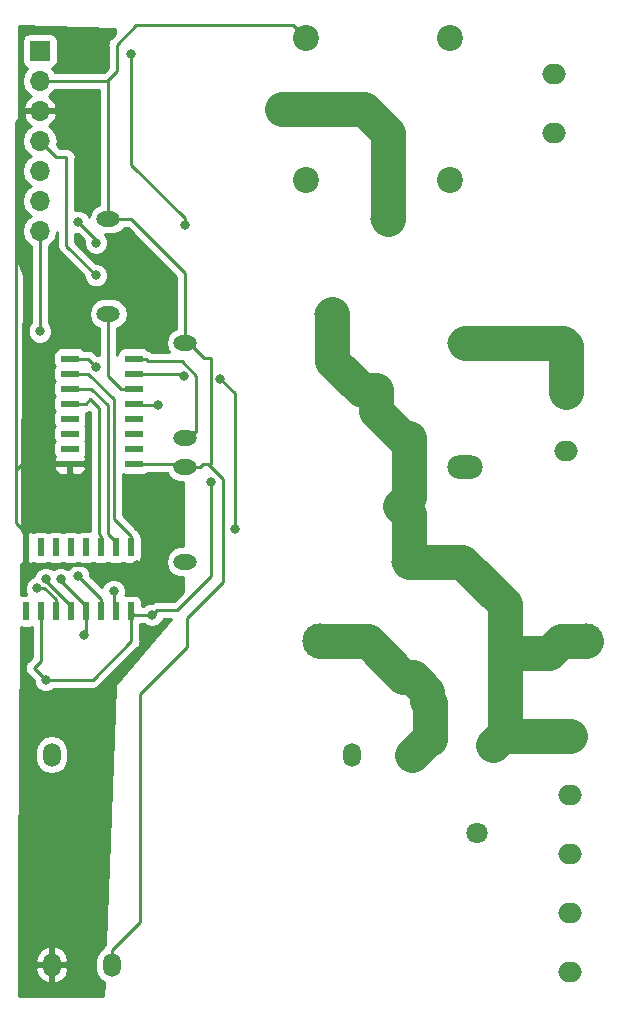
<source format=gbr>
G04 #@! TF.GenerationSoftware,KiCad,Pcbnew,5.0.2+dfsg1-1~bpo9+1*
G04 #@! TF.CreationDate,2019-02-03T14:49:37+01:00*
G04 #@! TF.ProjectId,rollershutter-light-control,726f6c6c-6572-4736-9875-747465722d6c,rev?*
G04 #@! TF.SameCoordinates,Original*
G04 #@! TF.FileFunction,Copper,L1,Top*
G04 #@! TF.FilePolarity,Positive*
%FSLAX46Y46*%
G04 Gerber Fmt 4.6, Leading zero omitted, Abs format (unit mm)*
G04 Created by KiCad (PCBNEW 5.0.2+dfsg1-1~bpo9+1) date Sun 03 Feb 2019 02:49:37 PM CET*
%MOMM*%
%LPD*%
G01*
G04 APERTURE LIST*
G04 #@! TA.AperFunction,ComponentPad*
%ADD10C,2.200000*%
G04 #@! TD*
G04 #@! TA.AperFunction,ComponentPad*
%ADD11O,1.524000X2.000000*%
G04 #@! TD*
G04 #@! TA.AperFunction,ComponentPad*
%ADD12O,1.700000X1.700000*%
G04 #@! TD*
G04 #@! TA.AperFunction,ComponentPad*
%ADD13R,1.700000X1.700000*%
G04 #@! TD*
G04 #@! TA.AperFunction,SMDPad,CuDef*
%ADD14R,1.500000X0.600000*%
G04 #@! TD*
G04 #@! TA.AperFunction,SMDPad,CuDef*
%ADD15R,0.600000X1.500000*%
G04 #@! TD*
G04 #@! TA.AperFunction,ComponentPad*
%ADD16C,3.000000*%
G04 #@! TD*
G04 #@! TA.AperFunction,ComponentPad*
%ADD17O,3.000000X2.000000*%
G04 #@! TD*
G04 #@! TA.AperFunction,ComponentPad*
%ADD18O,2.000000X1.300000*%
G04 #@! TD*
G04 #@! TA.AperFunction,ComponentPad*
%ADD19C,1.800000*%
G04 #@! TD*
G04 #@! TA.AperFunction,ComponentPad*
%ADD20O,2.000000X1.700000*%
G04 #@! TD*
G04 #@! TA.AperFunction,ViaPad*
%ADD21C,0.800000*%
G04 #@! TD*
G04 #@! TA.AperFunction,Conductor*
%ADD22C,3.000000*%
G04 #@! TD*
G04 #@! TA.AperFunction,Conductor*
%ADD23C,0.250000*%
G04 #@! TD*
G04 #@! TA.AperFunction,Conductor*
%ADD24C,0.254000*%
G04 #@! TD*
G04 APERTURE END LIST*
D10*
G04 #@! TO.P,K4,14*
G04 #@! TO.N,Net-(J3-Pad2)*
X247700000Y-68950000D03*
G04 #@! TO.P,K4,A1*
G04 #@! TO.N,+5V*
X235500000Y-68950000D03*
G04 #@! TO.P,K4,A2*
G04 #@! TO.N,Net-(K4-PadA2)*
X235500000Y-80950000D03*
G04 #@! TO.P,K4,11*
G04 #@! TO.N,Net-(K1-Pad14)*
X233500000Y-74950000D03*
G04 #@! TO.P,K4,12*
G04 #@! TO.N,Net-(J3-Pad1)*
X247700000Y-80950000D03*
G04 #@! TD*
D11*
G04 #@! TO.P,PS1,16*
G04 #@! TO.N,+5V*
X219090000Y-147390000D03*
G04 #@! TO.P,PS1,14*
G04 #@! TO.N,GND*
X214010000Y-147390000D03*
G04 #@! TO.P,PS1,NC*
G04 #@! TO.N,N/C*
X214010000Y-129610000D03*
G04 #@! TO.P,PS1,3*
G04 #@! TO.N,Net-(J1-Pad1)*
X239410000Y-129610000D03*
G04 #@! TO.P,PS1,1*
G04 #@! TO.N,Net-(F1-Pad1)*
X244490000Y-129610000D03*
G04 #@! TD*
D12*
G04 #@! TO.P,J2,7*
G04 #@! TO.N,Net-(J2-Pad7)*
X213000000Y-85240000D03*
G04 #@! TO.P,J2,6*
G04 #@! TO.N,Net-(J2-Pad6)*
X213000000Y-82700000D03*
G04 #@! TO.P,J2,5*
G04 #@! TO.N,Net-(J2-Pad5)*
X213000000Y-80160000D03*
G04 #@! TO.P,J2,4*
G04 #@! TO.N,Net-(J2-Pad4)*
X213000000Y-77620000D03*
G04 #@! TO.P,J2,3*
G04 #@! TO.N,GND*
X213000000Y-75080000D03*
G04 #@! TO.P,J2,2*
G04 #@! TO.N,+5V*
X213000000Y-72540000D03*
D13*
G04 #@! TO.P,J2,1*
G04 #@! TO.N,+3V3*
X213000000Y-70000000D03*
G04 #@! TD*
D14*
G04 #@! TO.P,U2,16*
G04 #@! TO.N,Net-(K3-PadA2)*
X220950000Y-96055000D03*
G04 #@! TO.P,U2,15*
G04 #@! TO.N,Net-(K2-PadA2)*
X220950000Y-97325000D03*
G04 #@! TO.P,U2,14*
G04 #@! TO.N,Net-(K1-PadA2)*
X220950000Y-98595000D03*
G04 #@! TO.P,U2,13*
G04 #@! TO.N,Net-(K4-PadA2)*
X220950000Y-99865000D03*
G04 #@! TO.P,U2,12*
G04 #@! TO.N,Net-(U2-Pad12)*
X220950000Y-101135000D03*
G04 #@! TO.P,U2,11*
G04 #@! TO.N,Net-(U2-Pad11)*
X220950000Y-102405000D03*
G04 #@! TO.P,U2,10*
G04 #@! TO.N,Net-(U2-Pad10)*
X220950000Y-103675000D03*
G04 #@! TO.P,U2,9*
G04 #@! TO.N,+5V*
X220950000Y-104945000D03*
G04 #@! TO.P,U2,8*
G04 #@! TO.N,GND*
X215550000Y-104945000D03*
G04 #@! TO.P,U2,7*
G04 #@! TO.N,Net-(U2-Pad7)*
X215550000Y-103675000D03*
G04 #@! TO.P,U2,6*
G04 #@! TO.N,Net-(U2-Pad6)*
X215550000Y-102405000D03*
G04 #@! TO.P,U2,5*
G04 #@! TO.N,Net-(U2-Pad5)*
X215550000Y-101135000D03*
G04 #@! TO.P,U2,4*
G04 #@! TO.N,Net-(U1-Pad3)*
X215550000Y-99865000D03*
G04 #@! TO.P,U2,3*
G04 #@! TO.N,Net-(U1-Pad2)*
X215550000Y-98595000D03*
G04 #@! TO.P,U2,2*
G04 #@! TO.N,Net-(U1-Pad1)*
X215550000Y-97325000D03*
G04 #@! TO.P,U2,1*
G04 #@! TO.N,Net-(U1-Pad15)*
X215550000Y-96055000D03*
G04 #@! TD*
D15*
G04 #@! TO.P,U1,16*
G04 #@! TO.N,+3V3*
X220695000Y-117450000D03*
G04 #@! TO.P,U1,15*
G04 #@! TO.N,Net-(U1-Pad15)*
X219425000Y-117450000D03*
G04 #@! TO.P,U1,14*
G04 #@! TO.N,Net-(J2-Pad4)*
X218155000Y-117450000D03*
G04 #@! TO.P,U1,13*
G04 #@! TO.N,Net-(J2-Pad7)*
X216885000Y-117450000D03*
G04 #@! TO.P,U1,12*
G04 #@! TO.N,Net-(J2-Pad6)*
X215615000Y-117450000D03*
G04 #@! TO.P,U1,11*
G04 #@! TO.N,Net-(J2-Pad5)*
X214345000Y-117450000D03*
G04 #@! TO.P,U1,10*
G04 #@! TO.N,+3V3*
X213075000Y-117450000D03*
G04 #@! TO.P,U1,9*
G04 #@! TO.N,Net-(U1-Pad9)*
X211805000Y-117450000D03*
G04 #@! TO.P,U1,8*
G04 #@! TO.N,GND*
X211805000Y-112050000D03*
G04 #@! TO.P,U1,7*
G04 #@! TO.N,Net-(U1-Pad7)*
X213075000Y-112050000D03*
G04 #@! TO.P,U1,6*
G04 #@! TO.N,Net-(U1-Pad6)*
X214345000Y-112050000D03*
G04 #@! TO.P,U1,5*
G04 #@! TO.N,Net-(U1-Pad5)*
X215615000Y-112050000D03*
G04 #@! TO.P,U1,4*
G04 #@! TO.N,Net-(U1-Pad4)*
X216885000Y-112050000D03*
G04 #@! TO.P,U1,3*
G04 #@! TO.N,Net-(U1-Pad3)*
X218155000Y-112050000D03*
G04 #@! TO.P,U1,2*
G04 #@! TO.N,Net-(U1-Pad2)*
X219425000Y-112050000D03*
G04 #@! TO.P,U1,1*
G04 #@! TO.N,Net-(U1-Pad1)*
X220695000Y-112050000D03*
G04 #@! TD*
D16*
G04 #@! TO.P,F1,2*
G04 #@! TO.N,L*
X259250000Y-120000000D03*
G04 #@! TO.P,F1,1*
G04 #@! TO.N,Net-(F1-Pad1)*
X236750000Y-120000000D03*
G04 #@! TD*
D17*
G04 #@! TO.P,K3,11*
G04 #@! TO.N,L*
X244250000Y-102750000D03*
D18*
G04 #@! TO.P,K3,A1*
G04 #@! TO.N,+5V*
X225300000Y-94750000D03*
G04 #@! TO.P,K3,A2*
G04 #@! TO.N,Net-(K3-PadA2)*
X225300000Y-102750000D03*
D17*
G04 #@! TO.P,K3,14*
G04 #@! TO.N,Net-(J4-Pad2)*
X249000000Y-94750000D03*
G04 #@! TD*
G04 #@! TO.P,K2,11*
G04 #@! TO.N,L*
X244250000Y-113250000D03*
D18*
G04 #@! TO.P,K2,A1*
G04 #@! TO.N,+5V*
X225300000Y-105250000D03*
G04 #@! TO.P,K2,A2*
G04 #@! TO.N,Net-(K2-PadA2)*
X225300000Y-113250000D03*
D17*
G04 #@! TO.P,K2,14*
G04 #@! TO.N,Net-(J4-Pad1)*
X249000000Y-105250000D03*
G04 #@! TD*
G04 #@! TO.P,K1,11*
G04 #@! TO.N,L*
X237750000Y-92250000D03*
D18*
G04 #@! TO.P,K1,A1*
G04 #@! TO.N,+5V*
X218800000Y-84250000D03*
G04 #@! TO.P,K1,A2*
G04 #@! TO.N,Net-(K1-PadA2)*
X218800000Y-92250000D03*
D17*
G04 #@! TO.P,K1,14*
G04 #@! TO.N,Net-(K1-Pad14)*
X242500000Y-84250000D03*
G04 #@! TD*
D19*
G04 #@! TO.P,RV1,2*
G04 #@! TO.N,L*
X251400000Y-128750000D03*
G04 #@! TO.P,RV1,1*
G04 #@! TO.N,Net-(J1-Pad1)*
X250000000Y-136250000D03*
G04 #@! TD*
D20*
G04 #@! TO.P,J4,1*
G04 #@! TO.N,Net-(J4-Pad1)*
X257550000Y-103850000D03*
G04 #@! TO.P,J4,2*
G04 #@! TO.N,Net-(J4-Pad2)*
X257550000Y-98850000D03*
G04 #@! TD*
G04 #@! TO.P,J3,1*
G04 #@! TO.N,Net-(J3-Pad1)*
X256500000Y-77000000D03*
G04 #@! TO.P,J3,2*
G04 #@! TO.N,Net-(J3-Pad2)*
X256500000Y-72000000D03*
G04 #@! TD*
G04 #@! TO.P,J1,1*
G04 #@! TO.N,Net-(J1-Pad1)*
X257900000Y-148000000D03*
G04 #@! TO.P,J1,2*
X257900000Y-143000000D03*
G04 #@! TO.P,J1,3*
X257900000Y-138000000D03*
G04 #@! TO.P,J1,4*
X257900000Y-133000000D03*
G04 #@! TO.P,J1,5*
G04 #@! TO.N,L*
X257900000Y-128000000D03*
G04 #@! TD*
D21*
G04 #@! TO.N,+3V3*
X222500000Y-117750000D03*
X213500000Y-123250000D03*
X227500000Y-106500000D03*
X225250000Y-84750000D03*
X220750000Y-70250000D03*
G04 #@! TO.N,Net-(J2-Pad6)*
X213500000Y-114750000D03*
X217750000Y-86250000D03*
X216250000Y-84500000D03*
G04 #@! TO.N,Net-(J2-Pad5)*
X212750000Y-115500000D03*
G04 #@! TO.N,Net-(J2-Pad7)*
X216750000Y-119500000D03*
X214750000Y-114750000D03*
X213000000Y-93750000D03*
G04 #@! TO.N,Net-(J2-Pad4)*
X216250000Y-114500000D03*
X217750000Y-89000000D03*
G04 #@! TO.N,Net-(U1-Pad15)*
X217750000Y-96750000D03*
X219250000Y-115750000D03*
G04 #@! TO.N,GND*
X221250000Y-113500000D03*
G04 #@! TO.N,Net-(K2-PadA2)*
X225237347Y-97512653D03*
X228250000Y-97750000D03*
X229500000Y-110500000D03*
G04 #@! TO.N,Net-(K4-PadA2)*
X223000000Y-100000000D03*
G04 #@! TD*
D22*
G04 #@! TO.N,L*
X252150000Y-128000000D02*
X251400000Y-128750000D01*
X257900000Y-128000000D02*
X252150000Y-128000000D01*
X248750000Y-113250000D02*
X244250000Y-113250000D01*
X252350001Y-116850001D02*
X248750000Y-113250000D01*
X251400000Y-128750000D02*
X252350001Y-127799999D01*
X257128680Y-120000000D02*
X256128680Y-121000000D01*
X256128680Y-121000000D02*
X252350001Y-121000000D01*
X259250000Y-120000000D02*
X257128680Y-120000000D01*
X252350001Y-127799999D02*
X252350001Y-121000000D01*
X252350001Y-121000000D02*
X252350001Y-116850001D01*
X244250000Y-109250000D02*
X243500000Y-108500000D01*
X244250000Y-113250000D02*
X244250000Y-109250000D01*
X244250000Y-107750000D02*
X244250000Y-102750000D01*
X243500000Y-108500000D02*
X244250000Y-107750000D01*
X243750000Y-102750000D02*
X241500000Y-100500000D01*
X244250000Y-102750000D02*
X243750000Y-102750000D01*
X241500000Y-100500000D02*
X241500000Y-98750000D01*
X237750000Y-96250000D02*
X237750000Y-92250000D01*
X240250000Y-98750000D02*
X237750000Y-96250000D01*
X241500000Y-98750000D02*
X240250000Y-98750000D01*
G04 #@! TO.N,Net-(J4-Pad2)*
X257300000Y-94750000D02*
X257550000Y-95000000D01*
X257550000Y-95000000D02*
X257550000Y-98850000D01*
X249000000Y-94750000D02*
X257300000Y-94750000D01*
D23*
G04 #@! TO.N,+3V3*
X220995000Y-117750000D02*
X220695000Y-117450000D01*
X222500000Y-117750000D02*
X220995000Y-117750000D01*
X220695000Y-118450000D02*
X220750000Y-118505000D01*
X220695000Y-117450000D02*
X220695000Y-118450000D01*
X220750000Y-118505000D02*
X220750000Y-120000000D01*
X220750000Y-120000000D02*
X217500000Y-123250000D01*
X217500000Y-123250000D02*
X213500000Y-123250000D01*
X213500000Y-123250000D02*
X212500000Y-122250000D01*
X213075000Y-121675000D02*
X213075000Y-117450000D01*
X212500000Y-122250000D02*
X213075000Y-121675000D01*
X222899999Y-117350001D02*
X224649999Y-117350001D01*
X222500000Y-117750000D02*
X222899999Y-117350001D01*
X227500000Y-114500000D02*
X227500000Y-106500000D01*
X224649999Y-117350001D02*
X227500000Y-114500000D01*
X225250000Y-84184315D02*
X220750000Y-79684315D01*
X225250000Y-84750000D02*
X225250000Y-84184315D01*
X220750000Y-79684315D02*
X220750000Y-70250000D01*
G04 #@! TO.N,Net-(U1-Pad1)*
X220695000Y-111050000D02*
X219250000Y-109605000D01*
X220695000Y-112050000D02*
X220695000Y-111050000D01*
X219250000Y-109605000D02*
X219250000Y-99500000D01*
X217075000Y-97325000D02*
X215550000Y-97325000D01*
X219250000Y-99500000D02*
X217075000Y-97325000D01*
G04 #@! TO.N,Net-(U1-Pad2)*
X219425000Y-112050000D02*
X219425000Y-111600000D01*
X217345000Y-98595000D02*
X215550000Y-98595000D01*
X218750000Y-110925000D02*
X218750000Y-100000000D01*
X218750000Y-100000000D02*
X217345000Y-98595000D01*
X219425000Y-111600000D02*
X218750000Y-110925000D01*
G04 #@! TO.N,Net-(J2-Pad6)*
X213500000Y-114885000D02*
X213500000Y-114750000D01*
X215615000Y-117000000D02*
X213500000Y-114885000D01*
X215615000Y-117450000D02*
X215615000Y-117000000D01*
X217750000Y-86000000D02*
X216250000Y-84500000D01*
X217750000Y-86250000D02*
X217750000Y-86000000D01*
G04 #@! TO.N,Net-(U1-Pad3)*
X218155000Y-111050000D02*
X218000000Y-110895000D01*
X218155000Y-112050000D02*
X218155000Y-111050000D01*
X218000000Y-110895000D02*
X218000000Y-100250000D01*
X218000000Y-100250000D02*
X217250000Y-99500000D01*
X216885000Y-99865000D02*
X215550000Y-99865000D01*
X217250000Y-99500000D02*
X216885000Y-99865000D01*
G04 #@! TO.N,Net-(J2-Pad5)*
X214345000Y-116450000D02*
X213395000Y-115500000D01*
X214345000Y-117450000D02*
X214345000Y-116450000D01*
X213395000Y-115500000D02*
X212750000Y-115500000D01*
G04 #@! TO.N,Net-(J2-Pad7)*
X216885000Y-119365000D02*
X216750000Y-119500000D01*
X216885000Y-117450000D02*
X216885000Y-119365000D01*
X214750000Y-114865000D02*
X214750000Y-114750000D01*
X216885000Y-117000000D02*
X214750000Y-114865000D01*
X216885000Y-117450000D02*
X216885000Y-117000000D01*
X213000000Y-93184315D02*
X213000000Y-85240000D01*
X213000000Y-93750000D02*
X213000000Y-93184315D01*
G04 #@! TO.N,Net-(J2-Pad4)*
X218155000Y-116405000D02*
X216250000Y-114500000D01*
X218155000Y-117450000D02*
X218155000Y-116405000D01*
X217750000Y-89000000D02*
X215250000Y-86500000D01*
X215250000Y-86500000D02*
X215250000Y-79000000D01*
X214380000Y-79000000D02*
X213000000Y-77620000D01*
X215250000Y-79000000D02*
X214380000Y-79000000D01*
G04 #@! TO.N,Net-(U1-Pad15)*
X217055000Y-96055000D02*
X217750000Y-96750000D01*
X215550000Y-96055000D02*
X217055000Y-96055000D01*
X219250000Y-117275000D02*
X219425000Y-117450000D01*
X219250000Y-115750000D02*
X219250000Y-117275000D01*
G04 #@! TO.N,GND*
X221250000Y-113500000D02*
X211500000Y-113500000D01*
X211805000Y-113195000D02*
X211805000Y-112050000D01*
X211500000Y-113500000D02*
X211805000Y-113195000D01*
X211805000Y-110805000D02*
X211805000Y-112050000D01*
X211000000Y-110000000D02*
X211805000Y-110805000D01*
X214495000Y-105000000D02*
X211500000Y-105000000D01*
X214550000Y-104945000D02*
X214495000Y-105000000D01*
X215550000Y-104945000D02*
X214550000Y-104945000D01*
X211500000Y-105000000D02*
X211000000Y-105500000D01*
X211000000Y-106000000D02*
X211000000Y-76000000D01*
X211000000Y-105500000D02*
X211000000Y-106000000D01*
X211000000Y-106000000D02*
X211000000Y-110000000D01*
X211000000Y-76000000D02*
X211750000Y-75250000D01*
X211797919Y-75080000D02*
X213000000Y-75080000D01*
X211750000Y-75127919D02*
X211797919Y-75080000D01*
X211750000Y-75250000D02*
X211750000Y-75127919D01*
G04 #@! TO.N,Net-(K3-PadA2)*
X226250000Y-102250000D02*
X225800000Y-102250000D01*
X220950000Y-96055000D02*
X221950000Y-96055000D01*
X226250000Y-97500000D02*
X226250000Y-102250000D01*
X221950000Y-96055000D02*
X222145000Y-96250000D01*
X222145000Y-96250000D02*
X225000000Y-96250000D01*
X225800000Y-102250000D02*
X225300000Y-102750000D01*
X225000000Y-96250000D02*
X226250000Y-97500000D01*
G04 #@! TO.N,Net-(K2-PadA2)*
X225049694Y-97325000D02*
X225237347Y-97512653D01*
X220950000Y-97325000D02*
X225049694Y-97325000D01*
X229500000Y-99000000D02*
X229500000Y-110500000D01*
X228250000Y-97750000D02*
X229500000Y-99000000D01*
G04 #@! TO.N,Net-(K1-PadA2)*
X220950000Y-98595000D02*
X219845000Y-98595000D01*
X218800000Y-97550000D02*
X218800000Y-92250000D01*
X219845000Y-98595000D02*
X218800000Y-97550000D01*
G04 #@! TO.N,Net-(K4-PadA2)*
X221085000Y-100000000D02*
X220950000Y-99865000D01*
X223000000Y-100000000D02*
X221085000Y-100000000D01*
G04 #@! TO.N,+5V*
X218710000Y-72540000D02*
X213000000Y-72540000D01*
X219500000Y-71750000D02*
X218710000Y-72540000D01*
X235500000Y-68950000D02*
X234400001Y-67850001D01*
X234400001Y-67850001D02*
X221149999Y-67850001D01*
X221149999Y-67850001D02*
X219500000Y-69500000D01*
X219500000Y-69500000D02*
X219500000Y-71750000D01*
X218800000Y-72630000D02*
X218710000Y-72540000D01*
X218800000Y-84250000D02*
X218800000Y-72630000D01*
X220750000Y-84250000D02*
X225300000Y-88800000D01*
X225300000Y-88800000D02*
X225300000Y-94750000D01*
X218800000Y-84250000D02*
X220750000Y-84250000D01*
X226550000Y-105250000D02*
X226800000Y-105000000D01*
X225300000Y-105250000D02*
X226550000Y-105250000D01*
X227500000Y-105000000D02*
X227500000Y-96000000D01*
X226900000Y-96000000D02*
X225650000Y-94750000D01*
X225650000Y-94750000D02*
X225300000Y-94750000D01*
X227500000Y-96000000D02*
X226900000Y-96000000D01*
X219090000Y-146140000D02*
X221500000Y-143730000D01*
X219090000Y-147390000D02*
X219090000Y-146140000D01*
X221500000Y-143730000D02*
X221500000Y-124500000D01*
X221500000Y-124500000D02*
X225500000Y-120500000D01*
X225500000Y-120500000D02*
X225500000Y-118000000D01*
X225500000Y-118000000D02*
X228500000Y-115000000D01*
X228500000Y-115000000D02*
X228500000Y-106250000D01*
X227250000Y-105000000D02*
X227500000Y-105000000D01*
X228500000Y-106250000D02*
X227250000Y-105000000D01*
X226800000Y-105000000D02*
X227250000Y-105000000D01*
X224995000Y-104945000D02*
X225300000Y-105250000D01*
X220950000Y-104945000D02*
X224995000Y-104945000D01*
D22*
G04 #@! TO.N,Net-(F1-Pad1)*
X236750000Y-120000000D02*
X240750000Y-120000000D01*
X240750000Y-120000000D02*
X243750000Y-123000000D01*
X244561998Y-123000000D02*
X245811998Y-124250000D01*
X243750000Y-123000000D02*
X244561998Y-123000000D01*
X245811998Y-124250000D02*
X245811998Y-125061998D01*
X245811998Y-125061998D02*
X246000000Y-125250000D01*
X246000000Y-125250000D02*
X246000000Y-128250000D01*
X245850000Y-128250000D02*
X244490000Y-129610000D01*
X246000000Y-128250000D02*
X245850000Y-128250000D01*
G04 #@! TO.N,Net-(K1-Pad14)*
X242500000Y-84250000D02*
X242500000Y-77000000D01*
X240450000Y-74950000D02*
X233500000Y-74950000D01*
X242500000Y-77000000D02*
X240450000Y-74950000D01*
G04 #@! TD*
D24*
G04 #@! TO.N,GND*
G36*
X219403322Y-123667645D02*
X219379165Y-123710911D01*
X219373089Y-123745256D01*
X218556752Y-145582262D01*
X218542072Y-145592071D01*
X218499672Y-145655527D01*
X218499671Y-145655528D01*
X218374097Y-145843463D01*
X218349612Y-145966556D01*
X218082821Y-146144820D01*
X217774056Y-146606918D01*
X217693000Y-147014412D01*
X217693000Y-147765587D01*
X217774056Y-148173081D01*
X218082820Y-148635179D01*
X218433856Y-148869734D01*
X218390108Y-150040000D01*
X211210000Y-150040000D01*
X211210000Y-147737692D01*
X212607870Y-147737692D01*
X212756578Y-148265914D01*
X213096108Y-148697020D01*
X213574770Y-148965377D01*
X213666930Y-148982220D01*
X213883000Y-148859720D01*
X213883000Y-147517000D01*
X214137000Y-147517000D01*
X214137000Y-148859720D01*
X214353070Y-148982220D01*
X214445230Y-148965377D01*
X214923892Y-148697020D01*
X215263422Y-148265914D01*
X215412130Y-147737692D01*
X215253277Y-147517000D01*
X214137000Y-147517000D01*
X213883000Y-147517000D01*
X212766723Y-147517000D01*
X212607870Y-147737692D01*
X211210000Y-147737692D01*
X211210000Y-147042308D01*
X212607870Y-147042308D01*
X212766723Y-147263000D01*
X213883000Y-147263000D01*
X213883000Y-145920280D01*
X214137000Y-145920280D01*
X214137000Y-147263000D01*
X215253277Y-147263000D01*
X215412130Y-147042308D01*
X215263422Y-146514086D01*
X214923892Y-146082980D01*
X214445230Y-145814623D01*
X214353070Y-145797780D01*
X214137000Y-145920280D01*
X213883000Y-145920280D01*
X213666930Y-145797780D01*
X213574770Y-145814623D01*
X213096108Y-146082980D01*
X212756578Y-146514086D01*
X212607870Y-147042308D01*
X211210000Y-147042308D01*
X211210000Y-140291549D01*
X211299895Y-129234412D01*
X212613000Y-129234412D01*
X212613000Y-129985587D01*
X212694056Y-130393081D01*
X213002820Y-130855179D01*
X213464918Y-131163944D01*
X214010000Y-131272368D01*
X214555081Y-131163944D01*
X215017179Y-130855180D01*
X215325944Y-130393082D01*
X215407000Y-129985588D01*
X215407000Y-129234413D01*
X215325944Y-128826919D01*
X215017180Y-128364820D01*
X214555082Y-128056056D01*
X214010000Y-127947632D01*
X213464919Y-128056056D01*
X213002821Y-128364820D01*
X212694056Y-128826918D01*
X212613000Y-129234412D01*
X211299895Y-129234412D01*
X211384537Y-118823479D01*
X211505000Y-118847440D01*
X212105000Y-118847440D01*
X212315001Y-118805669D01*
X212315000Y-121360198D01*
X212015529Y-121659670D01*
X211952071Y-121702071D01*
X211909671Y-121765528D01*
X211784097Y-121953463D01*
X211725112Y-122250000D01*
X211784097Y-122546537D01*
X211952071Y-122797929D01*
X212015529Y-122840330D01*
X212465000Y-123289802D01*
X212465000Y-123455874D01*
X212622569Y-123836280D01*
X212913720Y-124127431D01*
X213294126Y-124285000D01*
X213705874Y-124285000D01*
X214086280Y-124127431D01*
X214203711Y-124010000D01*
X217425153Y-124010000D01*
X217500000Y-124024888D01*
X217574847Y-124010000D01*
X217574852Y-124010000D01*
X217796537Y-123965904D01*
X218047929Y-123797929D01*
X218090331Y-123734470D01*
X221234473Y-120590329D01*
X221297929Y-120547929D01*
X221465904Y-120296537D01*
X221510000Y-120074852D01*
X221510000Y-120074848D01*
X221524888Y-120000001D01*
X221510000Y-119925154D01*
X221510000Y-118579848D01*
X221512161Y-118568983D01*
X221551573Y-118510000D01*
X221796289Y-118510000D01*
X221913720Y-118627431D01*
X222294126Y-118785000D01*
X222705874Y-118785000D01*
X223086280Y-118627431D01*
X223377431Y-118336280D01*
X223471159Y-118110001D01*
X224137611Y-118110001D01*
X219403322Y-123667645D01*
X219403322Y-123667645D01*
G37*
X219403322Y-123667645D02*
X219379165Y-123710911D01*
X219373089Y-123745256D01*
X218556752Y-145582262D01*
X218542072Y-145592071D01*
X218499672Y-145655527D01*
X218499671Y-145655528D01*
X218374097Y-145843463D01*
X218349612Y-145966556D01*
X218082821Y-146144820D01*
X217774056Y-146606918D01*
X217693000Y-147014412D01*
X217693000Y-147765587D01*
X217774056Y-148173081D01*
X218082820Y-148635179D01*
X218433856Y-148869734D01*
X218390108Y-150040000D01*
X211210000Y-150040000D01*
X211210000Y-147737692D01*
X212607870Y-147737692D01*
X212756578Y-148265914D01*
X213096108Y-148697020D01*
X213574770Y-148965377D01*
X213666930Y-148982220D01*
X213883000Y-148859720D01*
X213883000Y-147517000D01*
X214137000Y-147517000D01*
X214137000Y-148859720D01*
X214353070Y-148982220D01*
X214445230Y-148965377D01*
X214923892Y-148697020D01*
X215263422Y-148265914D01*
X215412130Y-147737692D01*
X215253277Y-147517000D01*
X214137000Y-147517000D01*
X213883000Y-147517000D01*
X212766723Y-147517000D01*
X212607870Y-147737692D01*
X211210000Y-147737692D01*
X211210000Y-147042308D01*
X212607870Y-147042308D01*
X212766723Y-147263000D01*
X213883000Y-147263000D01*
X213883000Y-145920280D01*
X214137000Y-145920280D01*
X214137000Y-147263000D01*
X215253277Y-147263000D01*
X215412130Y-147042308D01*
X215263422Y-146514086D01*
X214923892Y-146082980D01*
X214445230Y-145814623D01*
X214353070Y-145797780D01*
X214137000Y-145920280D01*
X213883000Y-145920280D01*
X213666930Y-145797780D01*
X213574770Y-145814623D01*
X213096108Y-146082980D01*
X212756578Y-146514086D01*
X212607870Y-147042308D01*
X211210000Y-147042308D01*
X211210000Y-140291549D01*
X211299895Y-129234412D01*
X212613000Y-129234412D01*
X212613000Y-129985587D01*
X212694056Y-130393081D01*
X213002820Y-130855179D01*
X213464918Y-131163944D01*
X214010000Y-131272368D01*
X214555081Y-131163944D01*
X215017179Y-130855180D01*
X215325944Y-130393082D01*
X215407000Y-129985588D01*
X215407000Y-129234413D01*
X215325944Y-128826919D01*
X215017180Y-128364820D01*
X214555082Y-128056056D01*
X214010000Y-127947632D01*
X213464919Y-128056056D01*
X213002821Y-128364820D01*
X212694056Y-128826918D01*
X212613000Y-129234412D01*
X211299895Y-129234412D01*
X211384537Y-118823479D01*
X211505000Y-118847440D01*
X212105000Y-118847440D01*
X212315001Y-118805669D01*
X212315000Y-121360198D01*
X212015529Y-121659670D01*
X211952071Y-121702071D01*
X211909671Y-121765528D01*
X211784097Y-121953463D01*
X211725112Y-122250000D01*
X211784097Y-122546537D01*
X211952071Y-122797929D01*
X212015529Y-122840330D01*
X212465000Y-123289802D01*
X212465000Y-123455874D01*
X212622569Y-123836280D01*
X212913720Y-124127431D01*
X213294126Y-124285000D01*
X213705874Y-124285000D01*
X214086280Y-124127431D01*
X214203711Y-124010000D01*
X217425153Y-124010000D01*
X217500000Y-124024888D01*
X217574847Y-124010000D01*
X217574852Y-124010000D01*
X217796537Y-123965904D01*
X218047929Y-123797929D01*
X218090331Y-123734470D01*
X221234473Y-120590329D01*
X221297929Y-120547929D01*
X221465904Y-120296537D01*
X221510000Y-120074852D01*
X221510000Y-120074848D01*
X221524888Y-120000001D01*
X221510000Y-119925154D01*
X221510000Y-118579848D01*
X221512161Y-118568983D01*
X221551573Y-118510000D01*
X221796289Y-118510000D01*
X221913720Y-118627431D01*
X222294126Y-118785000D01*
X222705874Y-118785000D01*
X223086280Y-118627431D01*
X223377431Y-118336280D01*
X223471159Y-118110001D01*
X224137611Y-118110001D01*
X219403322Y-123667645D01*
G36*
X219373000Y-68123320D02*
X219373000Y-68552199D01*
X219015530Y-68909669D01*
X218952071Y-68952071D01*
X218784096Y-69203464D01*
X218740000Y-69425149D01*
X218740000Y-69425153D01*
X218725112Y-69500000D01*
X218740000Y-69574847D01*
X218740001Y-71435197D01*
X218395199Y-71780000D01*
X214278178Y-71780000D01*
X214070625Y-71469375D01*
X214052381Y-71457184D01*
X214097765Y-71448157D01*
X214307809Y-71307809D01*
X214448157Y-71097765D01*
X214497440Y-70850000D01*
X214497440Y-69150000D01*
X214448157Y-68902235D01*
X214307809Y-68692191D01*
X214097765Y-68551843D01*
X213850000Y-68502560D01*
X212150000Y-68502560D01*
X211902235Y-68551843D01*
X211692191Y-68692191D01*
X211551843Y-68902235D01*
X211502560Y-69150000D01*
X211502560Y-70850000D01*
X211551843Y-71097765D01*
X211692191Y-71307809D01*
X211902235Y-71448157D01*
X211947619Y-71457184D01*
X211929375Y-71469375D01*
X211601161Y-71960582D01*
X211485908Y-72540000D01*
X211601161Y-73119418D01*
X211929375Y-73610625D01*
X212248478Y-73823843D01*
X212118642Y-73884817D01*
X211728355Y-74313076D01*
X211558524Y-74723110D01*
X211679845Y-74953000D01*
X212873000Y-74953000D01*
X212873000Y-74933000D01*
X213127000Y-74933000D01*
X213127000Y-74953000D01*
X214320155Y-74953000D01*
X214441476Y-74723110D01*
X214271645Y-74313076D01*
X213881358Y-73884817D01*
X213751522Y-73823843D01*
X214070625Y-73610625D01*
X214278178Y-73300000D01*
X218040001Y-73300000D01*
X218040000Y-83021380D01*
X217948618Y-83039557D01*
X217523567Y-83323567D01*
X217239557Y-83748618D01*
X217180994Y-84043033D01*
X217127431Y-83913720D01*
X216836280Y-83622569D01*
X216455874Y-83465000D01*
X216044126Y-83465000D01*
X216010000Y-83479135D01*
X216010000Y-79074852D01*
X216024889Y-79000000D01*
X215965904Y-78703463D01*
X215797929Y-78452071D01*
X215546537Y-78284096D01*
X215324852Y-78240000D01*
X215250000Y-78225111D01*
X215175148Y-78240000D01*
X214694802Y-78240000D01*
X214441209Y-77986408D01*
X214514092Y-77620000D01*
X214398839Y-77040582D01*
X214070625Y-76549375D01*
X213751522Y-76336157D01*
X213881358Y-76275183D01*
X214271645Y-75846924D01*
X214441476Y-75436890D01*
X214320155Y-75207000D01*
X213127000Y-75207000D01*
X213127000Y-75227000D01*
X212873000Y-75227000D01*
X212873000Y-75207000D01*
X211679845Y-75207000D01*
X211558524Y-75436890D01*
X211728355Y-75846924D01*
X212118642Y-76275183D01*
X212248478Y-76336157D01*
X211929375Y-76549375D01*
X211601161Y-77040582D01*
X211485908Y-77620000D01*
X211601161Y-78199418D01*
X211929375Y-78690625D01*
X212227761Y-78890000D01*
X211929375Y-79089375D01*
X211601161Y-79580582D01*
X211485908Y-80160000D01*
X211601161Y-80739418D01*
X211929375Y-81230625D01*
X212227761Y-81430000D01*
X211929375Y-81629375D01*
X211601161Y-82120582D01*
X211485908Y-82700000D01*
X211601161Y-83279418D01*
X211929375Y-83770625D01*
X212227761Y-83970000D01*
X211929375Y-84169375D01*
X211601161Y-84660582D01*
X211485908Y-85240000D01*
X211601161Y-85819418D01*
X211929375Y-86310625D01*
X212240001Y-86518179D01*
X212240000Y-93046289D01*
X212122569Y-93163720D01*
X211965000Y-93544126D01*
X211965000Y-93955874D01*
X212122569Y-94336280D01*
X212413720Y-94627431D01*
X212794126Y-94785000D01*
X213205874Y-94785000D01*
X213586280Y-94627431D01*
X213877431Y-94336280D01*
X214035000Y-93955874D01*
X214035000Y-93544126D01*
X213877431Y-93163720D01*
X213760000Y-93046289D01*
X213760000Y-86518178D01*
X214070625Y-86310625D01*
X214398839Y-85819418D01*
X214490000Y-85361118D01*
X214490000Y-86425153D01*
X214475112Y-86500000D01*
X214490000Y-86574847D01*
X214490000Y-86574851D01*
X214534096Y-86796536D01*
X214702071Y-87047929D01*
X214765530Y-87090331D01*
X216715000Y-89039802D01*
X216715000Y-89205874D01*
X216872569Y-89586280D01*
X217163720Y-89877431D01*
X217544126Y-90035000D01*
X217955874Y-90035000D01*
X218336280Y-89877431D01*
X218627431Y-89586280D01*
X218785000Y-89205874D01*
X218785000Y-88794126D01*
X218627431Y-88413720D01*
X218336280Y-88122569D01*
X217955874Y-87965000D01*
X217789802Y-87965000D01*
X216010000Y-86185199D01*
X216010000Y-85520865D01*
X216044126Y-85535000D01*
X216210198Y-85535000D01*
X216716266Y-86041069D01*
X216715000Y-86044126D01*
X216715000Y-86455874D01*
X216872569Y-86836280D01*
X217163720Y-87127431D01*
X217544126Y-87285000D01*
X217955874Y-87285000D01*
X218336280Y-87127431D01*
X218627431Y-86836280D01*
X218785000Y-86455874D01*
X218785000Y-86044126D01*
X218627431Y-85663720D01*
X218498711Y-85535000D01*
X219276558Y-85535000D01*
X219651382Y-85460443D01*
X220076433Y-85176433D01*
X220187640Y-85010000D01*
X220435199Y-85010000D01*
X224540000Y-89114802D01*
X224540001Y-93521380D01*
X224448618Y-93539557D01*
X224023567Y-93823567D01*
X223739557Y-94248618D01*
X223639826Y-94750000D01*
X223739557Y-95251382D01*
X223898996Y-95490000D01*
X222472380Y-95490000D01*
X222246537Y-95339096D01*
X222176501Y-95325165D01*
X222157809Y-95297191D01*
X221947765Y-95156843D01*
X221700000Y-95107560D01*
X220200000Y-95107560D01*
X219952235Y-95156843D01*
X219742191Y-95297191D01*
X219601843Y-95507235D01*
X219560000Y-95717596D01*
X219560000Y-93478620D01*
X219651382Y-93460443D01*
X220076433Y-93176433D01*
X220360443Y-92751382D01*
X220460174Y-92250000D01*
X220360443Y-91748618D01*
X220076433Y-91323567D01*
X219651382Y-91039557D01*
X219276558Y-90965000D01*
X218323442Y-90965000D01*
X217948618Y-91039557D01*
X217523567Y-91323567D01*
X217239557Y-91748618D01*
X217139826Y-92250000D01*
X217239557Y-92751382D01*
X217523567Y-93176433D01*
X217948618Y-93460443D01*
X218040001Y-93478620D01*
X218040000Y-95749846D01*
X217955874Y-95715000D01*
X217789802Y-95715000D01*
X217645330Y-95570529D01*
X217602929Y-95507071D01*
X217351537Y-95339096D01*
X217129852Y-95295000D01*
X217129847Y-95295000D01*
X217055000Y-95280112D01*
X216980153Y-95295000D01*
X216754530Y-95295000D01*
X216547765Y-95156843D01*
X216300000Y-95107560D01*
X214800000Y-95107560D01*
X214552235Y-95156843D01*
X214342191Y-95297191D01*
X214201843Y-95507235D01*
X214152560Y-95755000D01*
X214152560Y-96355000D01*
X214201843Y-96602765D01*
X214260132Y-96690000D01*
X214201843Y-96777235D01*
X214152560Y-97025000D01*
X214152560Y-97625000D01*
X214201843Y-97872765D01*
X214260132Y-97960000D01*
X214201843Y-98047235D01*
X214152560Y-98295000D01*
X214152560Y-98895000D01*
X214201843Y-99142765D01*
X214260132Y-99230000D01*
X214201843Y-99317235D01*
X214152560Y-99565000D01*
X214152560Y-100165000D01*
X214201843Y-100412765D01*
X214260132Y-100500000D01*
X214201843Y-100587235D01*
X214152560Y-100835000D01*
X214152560Y-101435000D01*
X214201843Y-101682765D01*
X214260132Y-101770000D01*
X214201843Y-101857235D01*
X214152560Y-102105000D01*
X214152560Y-102705000D01*
X214201843Y-102952765D01*
X214260132Y-103040000D01*
X214201843Y-103127235D01*
X214152560Y-103375000D01*
X214152560Y-103975000D01*
X214201843Y-104222765D01*
X214254768Y-104301972D01*
X214165000Y-104518690D01*
X214165000Y-104659250D01*
X214323750Y-104818000D01*
X215423000Y-104818000D01*
X215423000Y-104798000D01*
X215677000Y-104798000D01*
X215677000Y-104818000D01*
X216776250Y-104818000D01*
X216935000Y-104659250D01*
X216935000Y-104518690D01*
X216845232Y-104301972D01*
X216898157Y-104222765D01*
X216947440Y-103975000D01*
X216947440Y-103375000D01*
X216898157Y-103127235D01*
X216839868Y-103040000D01*
X216898157Y-102952765D01*
X216947440Y-102705000D01*
X216947440Y-102105000D01*
X216898157Y-101857235D01*
X216839868Y-101770000D01*
X216898157Y-101682765D01*
X216947440Y-101435000D01*
X216947440Y-100835000D01*
X216907731Y-100635367D01*
X216959847Y-100625000D01*
X216959852Y-100625000D01*
X217181537Y-100580904D01*
X217226236Y-100551037D01*
X217240001Y-100564803D01*
X217240000Y-110663500D01*
X217185000Y-110652560D01*
X216585000Y-110652560D01*
X216337235Y-110701843D01*
X216250000Y-110760132D01*
X216162765Y-110701843D01*
X215915000Y-110652560D01*
X215315000Y-110652560D01*
X215067235Y-110701843D01*
X214980000Y-110760132D01*
X214892765Y-110701843D01*
X214645000Y-110652560D01*
X214045000Y-110652560D01*
X213797235Y-110701843D01*
X213710000Y-110760132D01*
X213622765Y-110701843D01*
X213375000Y-110652560D01*
X212775000Y-110652560D01*
X212527235Y-110701843D01*
X212448028Y-110754768D01*
X212231310Y-110665000D01*
X212090750Y-110665000D01*
X211932000Y-110823750D01*
X211932000Y-111923000D01*
X211952000Y-111923000D01*
X211952000Y-112177000D01*
X211932000Y-112177000D01*
X211932000Y-113276250D01*
X212090750Y-113435000D01*
X212231310Y-113435000D01*
X212448028Y-113345232D01*
X212527235Y-113398157D01*
X212775000Y-113447440D01*
X213375000Y-113447440D01*
X213622765Y-113398157D01*
X213710000Y-113339868D01*
X213797235Y-113398157D01*
X214045000Y-113447440D01*
X214645000Y-113447440D01*
X214892765Y-113398157D01*
X214980000Y-113339868D01*
X215067235Y-113398157D01*
X215315000Y-113447440D01*
X215915000Y-113447440D01*
X216162765Y-113398157D01*
X216250000Y-113339868D01*
X216337235Y-113398157D01*
X216585000Y-113447440D01*
X217185000Y-113447440D01*
X217432765Y-113398157D01*
X217520000Y-113339868D01*
X217607235Y-113398157D01*
X217855000Y-113447440D01*
X218455000Y-113447440D01*
X218702765Y-113398157D01*
X218790000Y-113339868D01*
X218877235Y-113398157D01*
X219125000Y-113447440D01*
X219725000Y-113447440D01*
X219972765Y-113398157D01*
X220060000Y-113339868D01*
X220147235Y-113398157D01*
X220395000Y-113447440D01*
X220995000Y-113447440D01*
X221242765Y-113398157D01*
X221452809Y-113257809D01*
X221593157Y-113047765D01*
X221642440Y-112800000D01*
X221642440Y-111300000D01*
X221593157Y-111052235D01*
X221452809Y-110842191D01*
X221424835Y-110823499D01*
X221410904Y-110753463D01*
X221242929Y-110502071D01*
X221179473Y-110459671D01*
X220010000Y-109290199D01*
X220010000Y-105854647D01*
X220200000Y-105892440D01*
X221700000Y-105892440D01*
X221947765Y-105843157D01*
X222154530Y-105705000D01*
X223730331Y-105705000D01*
X223739557Y-105751382D01*
X224023567Y-106176433D01*
X224448618Y-106460443D01*
X224823442Y-106535000D01*
X225123000Y-106535000D01*
X225123000Y-111965000D01*
X224823442Y-111965000D01*
X224448618Y-112039557D01*
X224023567Y-112323567D01*
X223739557Y-112748618D01*
X223639826Y-113250000D01*
X223739557Y-113751382D01*
X224023567Y-114176433D01*
X224448618Y-114460443D01*
X224823442Y-114535000D01*
X225123000Y-114535000D01*
X225123000Y-115802199D01*
X224335198Y-116590001D01*
X222974845Y-116590001D01*
X222899998Y-116575113D01*
X222825151Y-116590001D01*
X222825147Y-116590001D01*
X222603462Y-116634097D01*
X222482382Y-116715000D01*
X222294126Y-116715000D01*
X221913720Y-116872569D01*
X221796289Y-116990000D01*
X221642440Y-116990000D01*
X221642440Y-116700000D01*
X221593157Y-116452235D01*
X221452809Y-116242191D01*
X221242765Y-116101843D01*
X220995000Y-116052560D01*
X220395000Y-116052560D01*
X220231479Y-116085086D01*
X220285000Y-115955874D01*
X220285000Y-115544126D01*
X220127431Y-115163720D01*
X219836280Y-114872569D01*
X219455874Y-114715000D01*
X219044126Y-114715000D01*
X218663720Y-114872569D01*
X218372569Y-115163720D01*
X218260084Y-115435283D01*
X217285000Y-114460199D01*
X217285000Y-114294126D01*
X217127431Y-113913720D01*
X216836280Y-113622569D01*
X216455874Y-113465000D01*
X216044126Y-113465000D01*
X215663720Y-113622569D01*
X215375000Y-113911289D01*
X215336280Y-113872569D01*
X214955874Y-113715000D01*
X214544126Y-113715000D01*
X214163720Y-113872569D01*
X214125000Y-113911289D01*
X214086280Y-113872569D01*
X213705874Y-113715000D01*
X213294126Y-113715000D01*
X212913720Y-113872569D01*
X212622569Y-114163720D01*
X212488175Y-114488175D01*
X212163720Y-114622569D01*
X211872569Y-114913720D01*
X211715000Y-115294126D01*
X211715000Y-115705874D01*
X211858602Y-116052560D01*
X211505000Y-116052560D01*
X211406906Y-116072072D01*
X211428346Y-113435000D01*
X211519250Y-113435000D01*
X211678000Y-113276250D01*
X211678000Y-112177000D01*
X211658000Y-112177000D01*
X211658000Y-111923000D01*
X211678000Y-111923000D01*
X211678000Y-110823750D01*
X211519250Y-110665000D01*
X211450866Y-110665000D01*
X211495046Y-105230750D01*
X214165000Y-105230750D01*
X214165000Y-105371310D01*
X214261673Y-105604699D01*
X214440302Y-105783327D01*
X214673691Y-105880000D01*
X215264250Y-105880000D01*
X215423000Y-105721250D01*
X215423000Y-105072000D01*
X215677000Y-105072000D01*
X215677000Y-105721250D01*
X215835750Y-105880000D01*
X216426309Y-105880000D01*
X216659698Y-105783327D01*
X216838327Y-105604699D01*
X216935000Y-105371310D01*
X216935000Y-105230750D01*
X216776250Y-105072000D01*
X215677000Y-105072000D01*
X215423000Y-105072000D01*
X214323750Y-105072000D01*
X214165000Y-105230750D01*
X211495046Y-105230750D01*
X211626996Y-89001032D01*
X211617917Y-88952833D01*
X211210000Y-87933041D01*
X211210000Y-67883231D01*
X219373000Y-68123320D01*
X219373000Y-68123320D01*
G37*
X219373000Y-68123320D02*
X219373000Y-68552199D01*
X219015530Y-68909669D01*
X218952071Y-68952071D01*
X218784096Y-69203464D01*
X218740000Y-69425149D01*
X218740000Y-69425153D01*
X218725112Y-69500000D01*
X218740000Y-69574847D01*
X218740001Y-71435197D01*
X218395199Y-71780000D01*
X214278178Y-71780000D01*
X214070625Y-71469375D01*
X214052381Y-71457184D01*
X214097765Y-71448157D01*
X214307809Y-71307809D01*
X214448157Y-71097765D01*
X214497440Y-70850000D01*
X214497440Y-69150000D01*
X214448157Y-68902235D01*
X214307809Y-68692191D01*
X214097765Y-68551843D01*
X213850000Y-68502560D01*
X212150000Y-68502560D01*
X211902235Y-68551843D01*
X211692191Y-68692191D01*
X211551843Y-68902235D01*
X211502560Y-69150000D01*
X211502560Y-70850000D01*
X211551843Y-71097765D01*
X211692191Y-71307809D01*
X211902235Y-71448157D01*
X211947619Y-71457184D01*
X211929375Y-71469375D01*
X211601161Y-71960582D01*
X211485908Y-72540000D01*
X211601161Y-73119418D01*
X211929375Y-73610625D01*
X212248478Y-73823843D01*
X212118642Y-73884817D01*
X211728355Y-74313076D01*
X211558524Y-74723110D01*
X211679845Y-74953000D01*
X212873000Y-74953000D01*
X212873000Y-74933000D01*
X213127000Y-74933000D01*
X213127000Y-74953000D01*
X214320155Y-74953000D01*
X214441476Y-74723110D01*
X214271645Y-74313076D01*
X213881358Y-73884817D01*
X213751522Y-73823843D01*
X214070625Y-73610625D01*
X214278178Y-73300000D01*
X218040001Y-73300000D01*
X218040000Y-83021380D01*
X217948618Y-83039557D01*
X217523567Y-83323567D01*
X217239557Y-83748618D01*
X217180994Y-84043033D01*
X217127431Y-83913720D01*
X216836280Y-83622569D01*
X216455874Y-83465000D01*
X216044126Y-83465000D01*
X216010000Y-83479135D01*
X216010000Y-79074852D01*
X216024889Y-79000000D01*
X215965904Y-78703463D01*
X215797929Y-78452071D01*
X215546537Y-78284096D01*
X215324852Y-78240000D01*
X215250000Y-78225111D01*
X215175148Y-78240000D01*
X214694802Y-78240000D01*
X214441209Y-77986408D01*
X214514092Y-77620000D01*
X214398839Y-77040582D01*
X214070625Y-76549375D01*
X213751522Y-76336157D01*
X213881358Y-76275183D01*
X214271645Y-75846924D01*
X214441476Y-75436890D01*
X214320155Y-75207000D01*
X213127000Y-75207000D01*
X213127000Y-75227000D01*
X212873000Y-75227000D01*
X212873000Y-75207000D01*
X211679845Y-75207000D01*
X211558524Y-75436890D01*
X211728355Y-75846924D01*
X212118642Y-76275183D01*
X212248478Y-76336157D01*
X211929375Y-76549375D01*
X211601161Y-77040582D01*
X211485908Y-77620000D01*
X211601161Y-78199418D01*
X211929375Y-78690625D01*
X212227761Y-78890000D01*
X211929375Y-79089375D01*
X211601161Y-79580582D01*
X211485908Y-80160000D01*
X211601161Y-80739418D01*
X211929375Y-81230625D01*
X212227761Y-81430000D01*
X211929375Y-81629375D01*
X211601161Y-82120582D01*
X211485908Y-82700000D01*
X211601161Y-83279418D01*
X211929375Y-83770625D01*
X212227761Y-83970000D01*
X211929375Y-84169375D01*
X211601161Y-84660582D01*
X211485908Y-85240000D01*
X211601161Y-85819418D01*
X211929375Y-86310625D01*
X212240001Y-86518179D01*
X212240000Y-93046289D01*
X212122569Y-93163720D01*
X211965000Y-93544126D01*
X211965000Y-93955874D01*
X212122569Y-94336280D01*
X212413720Y-94627431D01*
X212794126Y-94785000D01*
X213205874Y-94785000D01*
X213586280Y-94627431D01*
X213877431Y-94336280D01*
X214035000Y-93955874D01*
X214035000Y-93544126D01*
X213877431Y-93163720D01*
X213760000Y-93046289D01*
X213760000Y-86518178D01*
X214070625Y-86310625D01*
X214398839Y-85819418D01*
X214490000Y-85361118D01*
X214490000Y-86425153D01*
X214475112Y-86500000D01*
X214490000Y-86574847D01*
X214490000Y-86574851D01*
X214534096Y-86796536D01*
X214702071Y-87047929D01*
X214765530Y-87090331D01*
X216715000Y-89039802D01*
X216715000Y-89205874D01*
X216872569Y-89586280D01*
X217163720Y-89877431D01*
X217544126Y-90035000D01*
X217955874Y-90035000D01*
X218336280Y-89877431D01*
X218627431Y-89586280D01*
X218785000Y-89205874D01*
X218785000Y-88794126D01*
X218627431Y-88413720D01*
X218336280Y-88122569D01*
X217955874Y-87965000D01*
X217789802Y-87965000D01*
X216010000Y-86185199D01*
X216010000Y-85520865D01*
X216044126Y-85535000D01*
X216210198Y-85535000D01*
X216716266Y-86041069D01*
X216715000Y-86044126D01*
X216715000Y-86455874D01*
X216872569Y-86836280D01*
X217163720Y-87127431D01*
X217544126Y-87285000D01*
X217955874Y-87285000D01*
X218336280Y-87127431D01*
X218627431Y-86836280D01*
X218785000Y-86455874D01*
X218785000Y-86044126D01*
X218627431Y-85663720D01*
X218498711Y-85535000D01*
X219276558Y-85535000D01*
X219651382Y-85460443D01*
X220076433Y-85176433D01*
X220187640Y-85010000D01*
X220435199Y-85010000D01*
X224540000Y-89114802D01*
X224540001Y-93521380D01*
X224448618Y-93539557D01*
X224023567Y-93823567D01*
X223739557Y-94248618D01*
X223639826Y-94750000D01*
X223739557Y-95251382D01*
X223898996Y-95490000D01*
X222472380Y-95490000D01*
X222246537Y-95339096D01*
X222176501Y-95325165D01*
X222157809Y-95297191D01*
X221947765Y-95156843D01*
X221700000Y-95107560D01*
X220200000Y-95107560D01*
X219952235Y-95156843D01*
X219742191Y-95297191D01*
X219601843Y-95507235D01*
X219560000Y-95717596D01*
X219560000Y-93478620D01*
X219651382Y-93460443D01*
X220076433Y-93176433D01*
X220360443Y-92751382D01*
X220460174Y-92250000D01*
X220360443Y-91748618D01*
X220076433Y-91323567D01*
X219651382Y-91039557D01*
X219276558Y-90965000D01*
X218323442Y-90965000D01*
X217948618Y-91039557D01*
X217523567Y-91323567D01*
X217239557Y-91748618D01*
X217139826Y-92250000D01*
X217239557Y-92751382D01*
X217523567Y-93176433D01*
X217948618Y-93460443D01*
X218040001Y-93478620D01*
X218040000Y-95749846D01*
X217955874Y-95715000D01*
X217789802Y-95715000D01*
X217645330Y-95570529D01*
X217602929Y-95507071D01*
X217351537Y-95339096D01*
X217129852Y-95295000D01*
X217129847Y-95295000D01*
X217055000Y-95280112D01*
X216980153Y-95295000D01*
X216754530Y-95295000D01*
X216547765Y-95156843D01*
X216300000Y-95107560D01*
X214800000Y-95107560D01*
X214552235Y-95156843D01*
X214342191Y-95297191D01*
X214201843Y-95507235D01*
X214152560Y-95755000D01*
X214152560Y-96355000D01*
X214201843Y-96602765D01*
X214260132Y-96690000D01*
X214201843Y-96777235D01*
X214152560Y-97025000D01*
X214152560Y-97625000D01*
X214201843Y-97872765D01*
X214260132Y-97960000D01*
X214201843Y-98047235D01*
X214152560Y-98295000D01*
X214152560Y-98895000D01*
X214201843Y-99142765D01*
X214260132Y-99230000D01*
X214201843Y-99317235D01*
X214152560Y-99565000D01*
X214152560Y-100165000D01*
X214201843Y-100412765D01*
X214260132Y-100500000D01*
X214201843Y-100587235D01*
X214152560Y-100835000D01*
X214152560Y-101435000D01*
X214201843Y-101682765D01*
X214260132Y-101770000D01*
X214201843Y-101857235D01*
X214152560Y-102105000D01*
X214152560Y-102705000D01*
X214201843Y-102952765D01*
X214260132Y-103040000D01*
X214201843Y-103127235D01*
X214152560Y-103375000D01*
X214152560Y-103975000D01*
X214201843Y-104222765D01*
X214254768Y-104301972D01*
X214165000Y-104518690D01*
X214165000Y-104659250D01*
X214323750Y-104818000D01*
X215423000Y-104818000D01*
X215423000Y-104798000D01*
X215677000Y-104798000D01*
X215677000Y-104818000D01*
X216776250Y-104818000D01*
X216935000Y-104659250D01*
X216935000Y-104518690D01*
X216845232Y-104301972D01*
X216898157Y-104222765D01*
X216947440Y-103975000D01*
X216947440Y-103375000D01*
X216898157Y-103127235D01*
X216839868Y-103040000D01*
X216898157Y-102952765D01*
X216947440Y-102705000D01*
X216947440Y-102105000D01*
X216898157Y-101857235D01*
X216839868Y-101770000D01*
X216898157Y-101682765D01*
X216947440Y-101435000D01*
X216947440Y-100835000D01*
X216907731Y-100635367D01*
X216959847Y-100625000D01*
X216959852Y-100625000D01*
X217181537Y-100580904D01*
X217226236Y-100551037D01*
X217240001Y-100564803D01*
X217240000Y-110663500D01*
X217185000Y-110652560D01*
X216585000Y-110652560D01*
X216337235Y-110701843D01*
X216250000Y-110760132D01*
X216162765Y-110701843D01*
X215915000Y-110652560D01*
X215315000Y-110652560D01*
X215067235Y-110701843D01*
X214980000Y-110760132D01*
X214892765Y-110701843D01*
X214645000Y-110652560D01*
X214045000Y-110652560D01*
X213797235Y-110701843D01*
X213710000Y-110760132D01*
X213622765Y-110701843D01*
X213375000Y-110652560D01*
X212775000Y-110652560D01*
X212527235Y-110701843D01*
X212448028Y-110754768D01*
X212231310Y-110665000D01*
X212090750Y-110665000D01*
X211932000Y-110823750D01*
X211932000Y-111923000D01*
X211952000Y-111923000D01*
X211952000Y-112177000D01*
X211932000Y-112177000D01*
X211932000Y-113276250D01*
X212090750Y-113435000D01*
X212231310Y-113435000D01*
X212448028Y-113345232D01*
X212527235Y-113398157D01*
X212775000Y-113447440D01*
X213375000Y-113447440D01*
X213622765Y-113398157D01*
X213710000Y-113339868D01*
X213797235Y-113398157D01*
X214045000Y-113447440D01*
X214645000Y-113447440D01*
X214892765Y-113398157D01*
X214980000Y-113339868D01*
X215067235Y-113398157D01*
X215315000Y-113447440D01*
X215915000Y-113447440D01*
X216162765Y-113398157D01*
X216250000Y-113339868D01*
X216337235Y-113398157D01*
X216585000Y-113447440D01*
X217185000Y-113447440D01*
X217432765Y-113398157D01*
X217520000Y-113339868D01*
X217607235Y-113398157D01*
X217855000Y-113447440D01*
X218455000Y-113447440D01*
X218702765Y-113398157D01*
X218790000Y-113339868D01*
X218877235Y-113398157D01*
X219125000Y-113447440D01*
X219725000Y-113447440D01*
X219972765Y-113398157D01*
X220060000Y-113339868D01*
X220147235Y-113398157D01*
X220395000Y-113447440D01*
X220995000Y-113447440D01*
X221242765Y-113398157D01*
X221452809Y-113257809D01*
X221593157Y-113047765D01*
X221642440Y-112800000D01*
X221642440Y-111300000D01*
X221593157Y-111052235D01*
X221452809Y-110842191D01*
X221424835Y-110823499D01*
X221410904Y-110753463D01*
X221242929Y-110502071D01*
X221179473Y-110459671D01*
X220010000Y-109290199D01*
X220010000Y-105854647D01*
X220200000Y-105892440D01*
X221700000Y-105892440D01*
X221947765Y-105843157D01*
X222154530Y-105705000D01*
X223730331Y-105705000D01*
X223739557Y-105751382D01*
X224023567Y-106176433D01*
X224448618Y-106460443D01*
X224823442Y-106535000D01*
X225123000Y-106535000D01*
X225123000Y-111965000D01*
X224823442Y-111965000D01*
X224448618Y-112039557D01*
X224023567Y-112323567D01*
X223739557Y-112748618D01*
X223639826Y-113250000D01*
X223739557Y-113751382D01*
X224023567Y-114176433D01*
X224448618Y-114460443D01*
X224823442Y-114535000D01*
X225123000Y-114535000D01*
X225123000Y-115802199D01*
X224335198Y-116590001D01*
X222974845Y-116590001D01*
X222899998Y-116575113D01*
X222825151Y-116590001D01*
X222825147Y-116590001D01*
X222603462Y-116634097D01*
X222482382Y-116715000D01*
X222294126Y-116715000D01*
X221913720Y-116872569D01*
X221796289Y-116990000D01*
X221642440Y-116990000D01*
X221642440Y-116700000D01*
X221593157Y-116452235D01*
X221452809Y-116242191D01*
X221242765Y-116101843D01*
X220995000Y-116052560D01*
X220395000Y-116052560D01*
X220231479Y-116085086D01*
X220285000Y-115955874D01*
X220285000Y-115544126D01*
X220127431Y-115163720D01*
X219836280Y-114872569D01*
X219455874Y-114715000D01*
X219044126Y-114715000D01*
X218663720Y-114872569D01*
X218372569Y-115163720D01*
X218260084Y-115435283D01*
X217285000Y-114460199D01*
X217285000Y-114294126D01*
X217127431Y-113913720D01*
X216836280Y-113622569D01*
X216455874Y-113465000D01*
X216044126Y-113465000D01*
X215663720Y-113622569D01*
X215375000Y-113911289D01*
X215336280Y-113872569D01*
X214955874Y-113715000D01*
X214544126Y-113715000D01*
X214163720Y-113872569D01*
X214125000Y-113911289D01*
X214086280Y-113872569D01*
X213705874Y-113715000D01*
X213294126Y-113715000D01*
X212913720Y-113872569D01*
X212622569Y-114163720D01*
X212488175Y-114488175D01*
X212163720Y-114622569D01*
X211872569Y-114913720D01*
X211715000Y-115294126D01*
X211715000Y-115705874D01*
X211858602Y-116052560D01*
X211505000Y-116052560D01*
X211406906Y-116072072D01*
X211428346Y-113435000D01*
X211519250Y-113435000D01*
X211678000Y-113276250D01*
X211678000Y-112177000D01*
X211658000Y-112177000D01*
X211658000Y-111923000D01*
X211678000Y-111923000D01*
X211678000Y-110823750D01*
X211519250Y-110665000D01*
X211450866Y-110665000D01*
X211495046Y-105230750D01*
X214165000Y-105230750D01*
X214165000Y-105371310D01*
X214261673Y-105604699D01*
X214440302Y-105783327D01*
X214673691Y-105880000D01*
X215264250Y-105880000D01*
X215423000Y-105721250D01*
X215423000Y-105072000D01*
X215677000Y-105072000D01*
X215677000Y-105721250D01*
X215835750Y-105880000D01*
X216426309Y-105880000D01*
X216659698Y-105783327D01*
X216838327Y-105604699D01*
X216935000Y-105371310D01*
X216935000Y-105230750D01*
X216776250Y-105072000D01*
X215677000Y-105072000D01*
X215423000Y-105072000D01*
X214323750Y-105072000D01*
X214165000Y-105230750D01*
X211495046Y-105230750D01*
X211626996Y-89001032D01*
X211617917Y-88952833D01*
X211210000Y-87933041D01*
X211210000Y-67883231D01*
X219373000Y-68123320D01*
G04 #@! TD*
M02*

</source>
